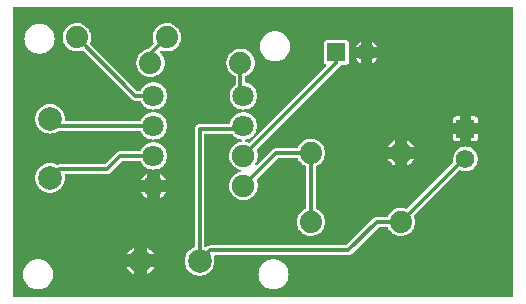
<source format=gbl>
G04 Layer: BottomLayer*
G04 EasyEDA v6.5.34, 2023-11-29 11:21:28*
G04 ccee1c66621a4ec499711ebfef85393d,bee4cb2541bd470ea98a159692ad20ec,10*
G04 Gerber Generator version 0.2*
G04 Scale: 100 percent, Rotated: No, Reflected: No *
G04 Dimensions in millimeters *
G04 leading zeros omitted , absolute positions ,4 integer and 5 decimal *
%FSLAX45Y45*%
%MOMM*%

%ADD10C,0.3050*%
%ADD11C,1.8796*%
%ADD12C,1.8000*%
%ADD13C,1.9050*%
%ADD14R,1.5748X1.5748*%
%ADD15C,1.5748*%
%ADD16C,2.0000*%
%ADD17C,0.0111*%

%LPD*%
G36*
X798068Y4407408D02*
G01*
X794156Y4408170D01*
X790905Y4410405D01*
X788670Y4413656D01*
X787908Y4417568D01*
X787908Y6847331D01*
X788670Y6851243D01*
X790905Y6854494D01*
X794156Y6856730D01*
X798068Y6857492D01*
X5018532Y6857492D01*
X5022443Y6856730D01*
X5025694Y6854494D01*
X5027930Y6851243D01*
X5028692Y6847331D01*
X5028692Y4417568D01*
X5027930Y4413656D01*
X5025694Y4410405D01*
X5022443Y4408170D01*
X5018532Y4407408D01*
G37*

%LPC*%
G36*
X2997200Y4469892D02*
G01*
X3012592Y4470857D01*
X3027730Y4473600D01*
X3042412Y4478172D01*
X3056432Y4484522D01*
X3069640Y4492498D01*
X3081731Y4501997D01*
X3092602Y4512868D01*
X3102102Y4524959D01*
X3110077Y4538167D01*
X3116427Y4552188D01*
X3120999Y4566869D01*
X3123742Y4582007D01*
X3124708Y4597400D01*
X3123742Y4612792D01*
X3120999Y4627930D01*
X3116427Y4642612D01*
X3110077Y4656632D01*
X3102102Y4669840D01*
X3092602Y4681931D01*
X3081731Y4692802D01*
X3069640Y4702302D01*
X3056432Y4710277D01*
X3042412Y4716627D01*
X3027730Y4721199D01*
X3012592Y4723942D01*
X2997200Y4724908D01*
X2981807Y4723942D01*
X2966669Y4721199D01*
X2951988Y4716627D01*
X2937967Y4710277D01*
X2924759Y4702302D01*
X2912668Y4692802D01*
X2901797Y4681931D01*
X2892298Y4669840D01*
X2884322Y4656632D01*
X2877972Y4642612D01*
X2873400Y4627930D01*
X2870657Y4612792D01*
X2869692Y4597400D01*
X2870657Y4582007D01*
X2873400Y4566869D01*
X2877972Y4552188D01*
X2884322Y4538167D01*
X2892298Y4524959D01*
X2901797Y4512868D01*
X2912668Y4501997D01*
X2924759Y4492498D01*
X2937967Y4484522D01*
X2951988Y4478172D01*
X2966669Y4473600D01*
X2981807Y4470857D01*
G37*
G36*
X1003300Y4469892D02*
G01*
X1018692Y4470857D01*
X1033830Y4473600D01*
X1048512Y4478172D01*
X1062532Y4484522D01*
X1075740Y4492498D01*
X1087831Y4501997D01*
X1098702Y4512868D01*
X1108202Y4524959D01*
X1116177Y4538167D01*
X1122527Y4552188D01*
X1127099Y4566869D01*
X1129842Y4582007D01*
X1130808Y4597400D01*
X1129842Y4612792D01*
X1127099Y4627930D01*
X1122527Y4642612D01*
X1116177Y4656632D01*
X1108202Y4669840D01*
X1098702Y4681931D01*
X1087831Y4692802D01*
X1075740Y4702302D01*
X1062532Y4710277D01*
X1048512Y4716627D01*
X1033830Y4721199D01*
X1018692Y4723942D01*
X1003300Y4724908D01*
X987907Y4723942D01*
X972769Y4721199D01*
X958087Y4716627D01*
X944067Y4710277D01*
X930859Y4702302D01*
X918768Y4692802D01*
X907897Y4681931D01*
X898398Y4669840D01*
X890422Y4656632D01*
X884072Y4642612D01*
X879500Y4627930D01*
X876757Y4612792D01*
X875792Y4597400D01*
X876757Y4582007D01*
X879500Y4566869D01*
X884072Y4552188D01*
X890422Y4538167D01*
X898398Y4524959D01*
X907897Y4512868D01*
X918768Y4501997D01*
X930859Y4492498D01*
X944067Y4484522D01*
X958087Y4478172D01*
X972769Y4473600D01*
X987907Y4470857D01*
G37*
G36*
X2371344Y4585817D02*
G01*
X2386533Y4586732D01*
X2401468Y4589475D01*
X2415997Y4593996D01*
X2429865Y4600244D01*
X2442870Y4608118D01*
X2454808Y4617466D01*
X2465578Y4628235D01*
X2474925Y4640173D01*
X2482799Y4653178D01*
X2489047Y4667046D01*
X2493568Y4681575D01*
X2496312Y4696510D01*
X2497226Y4711700D01*
X2496312Y4726889D01*
X2493568Y4741824D01*
X2492197Y4746244D01*
X2491740Y4750003D01*
X2492756Y4753660D01*
X2494991Y4756708D01*
X2498191Y4758740D01*
X2501900Y4759452D01*
X3631692Y4759452D01*
X3640226Y4760264D01*
X3647948Y4762601D01*
X3655060Y4766411D01*
X3661664Y4771847D01*
X3887571Y4997754D01*
X3890873Y4999990D01*
X3894734Y5000752D01*
X3957421Y5000752D01*
X3961180Y5000040D01*
X3964432Y4997958D01*
X3966667Y4994808D01*
X3971086Y4985207D01*
X3978859Y4972659D01*
X3988104Y4961128D01*
X3998722Y4950866D01*
X4010507Y4941976D01*
X4023258Y4934610D01*
X4036872Y4928870D01*
X4051046Y4924806D01*
X4065625Y4922520D01*
X4080408Y4922062D01*
X4095089Y4923434D01*
X4109516Y4926584D01*
X4123436Y4931511D01*
X4136644Y4938115D01*
X4148937Y4946243D01*
X4160164Y4955844D01*
X4170070Y4966766D01*
X4178604Y4978806D01*
X4185615Y4991811D01*
X4190949Y5005578D01*
X4194505Y5019852D01*
X4196334Y5034534D01*
X4196334Y5049266D01*
X4194505Y5063947D01*
X4190949Y5078222D01*
X4187799Y5086248D01*
X4187139Y5090058D01*
X4187951Y5093868D01*
X4190136Y5097119D01*
X4570171Y5477154D01*
X4573676Y5479440D01*
X4577791Y5480151D01*
X4595723Y5474258D01*
X4609134Y5471566D01*
X4622800Y5470652D01*
X4636465Y5471566D01*
X4649876Y5474258D01*
X4662830Y5478627D01*
X4675124Y5484672D01*
X4686503Y5492292D01*
X4696764Y5501335D01*
X4705807Y5511596D01*
X4713427Y5522976D01*
X4719472Y5535269D01*
X4723841Y5548223D01*
X4726533Y5561634D01*
X4727448Y5575300D01*
X4726533Y5588965D01*
X4723841Y5602376D01*
X4719472Y5615330D01*
X4713427Y5627624D01*
X4705807Y5639003D01*
X4696764Y5649264D01*
X4686503Y5658307D01*
X4675124Y5665927D01*
X4662830Y5671972D01*
X4649876Y5676341D01*
X4636465Y5679033D01*
X4622800Y5679948D01*
X4609134Y5679033D01*
X4595723Y5676341D01*
X4582769Y5671972D01*
X4570476Y5665927D01*
X4559096Y5658307D01*
X4548835Y5649264D01*
X4539792Y5639003D01*
X4532172Y5627624D01*
X4526127Y5615330D01*
X4521758Y5602376D01*
X4519066Y5588965D01*
X4518152Y5575300D01*
X4519066Y5561634D01*
X4521200Y5550966D01*
X4521301Y5547664D01*
X4520336Y5544515D01*
X4518406Y5541822D01*
X4131970Y5155387D01*
X4128871Y5153253D01*
X4125163Y5152440D01*
X4121404Y5152999D01*
X4109516Y5157216D01*
X4095089Y5160365D01*
X4080408Y5161686D01*
X4065625Y5161280D01*
X4051046Y5158994D01*
X4036872Y5154930D01*
X4023258Y5149189D01*
X4010507Y5141823D01*
X3998722Y5132933D01*
X3988104Y5122672D01*
X3978859Y5111140D01*
X3971086Y5098592D01*
X3966667Y5088991D01*
X3964432Y5085842D01*
X3961180Y5083759D01*
X3957421Y5083048D01*
X3874008Y5083048D01*
X3865473Y5082235D01*
X3857751Y5079898D01*
X3850640Y5076088D01*
X3844036Y5070652D01*
X3618128Y4844745D01*
X3614826Y4842510D01*
X3610965Y4841748D01*
X2460752Y4841748D01*
X2452217Y4840935D01*
X2444496Y4838598D01*
X2437384Y4834788D01*
X2430475Y4829098D01*
X2427173Y4827270D01*
X2423464Y4826812D01*
X2418486Y4828286D01*
X2415336Y4830521D01*
X2413254Y4833772D01*
X2412492Y4837531D01*
X2412492Y5777992D01*
X2413254Y5781852D01*
X2415489Y5785154D01*
X2418791Y5787390D01*
X2422652Y5788152D01*
X2643428Y5788152D01*
X2646578Y5787644D01*
X2649372Y5786221D01*
X2651658Y5783935D01*
X2653893Y5780836D01*
X2663850Y5770219D01*
X2675077Y5760923D01*
X2687370Y5753150D01*
X2700528Y5746953D01*
X2714396Y5742432D01*
X2725521Y5740349D01*
X2729280Y5738774D01*
X2732176Y5735878D01*
X2733649Y5732068D01*
X2733497Y5728004D01*
X2731770Y5724296D01*
X2728722Y5721553D01*
X2724861Y5720283D01*
X2720949Y5719775D01*
X2706471Y5716117D01*
X2692552Y5710732D01*
X2679446Y5703671D01*
X2667254Y5695086D01*
X2656230Y5685028D01*
X2646527Y5673699D01*
X2638298Y5661253D01*
X2631643Y5647893D01*
X2626664Y5633872D01*
X2623515Y5619292D01*
X2622143Y5604408D01*
X2622600Y5589524D01*
X2624886Y5574792D01*
X2628950Y5560415D01*
X2634742Y5546699D01*
X2642209Y5533796D01*
X2651201Y5521909D01*
X2661564Y5511190D01*
X2673197Y5501843D01*
X2685897Y5493969D01*
X2699461Y5487720D01*
X2713482Y5483301D01*
X2717241Y5481116D01*
X2719730Y5477560D01*
X2720543Y5473293D01*
X2719476Y5469077D01*
X2716733Y5465673D01*
X2712872Y5463743D01*
X2706471Y5462117D01*
X2692552Y5456732D01*
X2679446Y5449671D01*
X2667254Y5441086D01*
X2656230Y5431028D01*
X2646527Y5419699D01*
X2638298Y5407253D01*
X2631643Y5393893D01*
X2626664Y5379872D01*
X2623515Y5365292D01*
X2622143Y5350408D01*
X2622600Y5335524D01*
X2624886Y5320792D01*
X2628950Y5306415D01*
X2634742Y5292699D01*
X2642209Y5279796D01*
X2651201Y5267909D01*
X2661564Y5257190D01*
X2673197Y5247843D01*
X2685897Y5239969D01*
X2699461Y5233720D01*
X2713634Y5229199D01*
X2728315Y5226456D01*
X2743200Y5225542D01*
X2758084Y5226456D01*
X2772765Y5229199D01*
X2786938Y5233720D01*
X2800502Y5239969D01*
X2813202Y5247843D01*
X2824835Y5257190D01*
X2835198Y5267909D01*
X2844190Y5279796D01*
X2851658Y5292699D01*
X2857449Y5306415D01*
X2861513Y5320792D01*
X2863799Y5335524D01*
X2864256Y5350408D01*
X2862884Y5365292D01*
X2859735Y5379872D01*
X2855264Y5392420D01*
X2854706Y5396179D01*
X2855569Y5399836D01*
X2857703Y5402986D01*
X3036671Y5581954D01*
X3039973Y5584190D01*
X3043834Y5584952D01*
X3195421Y5584952D01*
X3199180Y5584240D01*
X3202432Y5582158D01*
X3204667Y5579008D01*
X3209086Y5569407D01*
X3216859Y5556859D01*
X3226104Y5545328D01*
X3236722Y5535066D01*
X3248507Y5526176D01*
X3261258Y5518810D01*
X3267354Y5516219D01*
X3270605Y5514035D01*
X3272790Y5510733D01*
X3273552Y5506872D01*
X3273552Y5161127D01*
X3272790Y5157266D01*
X3270605Y5153964D01*
X3267354Y5151780D01*
X3261258Y5149189D01*
X3248507Y5141823D01*
X3236722Y5132933D01*
X3226104Y5122672D01*
X3216859Y5111140D01*
X3209086Y5098592D01*
X3202940Y5085181D01*
X3198469Y5071160D01*
X3195726Y5056632D01*
X3194812Y5041900D01*
X3195726Y5027168D01*
X3198469Y5012639D01*
X3202940Y4998618D01*
X3209086Y4985207D01*
X3216859Y4972659D01*
X3226104Y4961128D01*
X3236722Y4950866D01*
X3248507Y4941976D01*
X3261258Y4934610D01*
X3274872Y4928870D01*
X3289046Y4924806D01*
X3303625Y4922520D01*
X3318408Y4922062D01*
X3333089Y4923434D01*
X3347516Y4926584D01*
X3361436Y4931511D01*
X3374644Y4938115D01*
X3386937Y4946243D01*
X3398164Y4955844D01*
X3408070Y4966766D01*
X3416604Y4978806D01*
X3423615Y4991811D01*
X3428949Y5005578D01*
X3432505Y5019852D01*
X3434334Y5034534D01*
X3434334Y5049266D01*
X3432505Y5063947D01*
X3428949Y5078222D01*
X3423615Y5091988D01*
X3416604Y5104993D01*
X3408070Y5117033D01*
X3398164Y5127955D01*
X3386937Y5137556D01*
X3374644Y5145684D01*
X3361486Y5152237D01*
X3358489Y5154523D01*
X3356559Y5157673D01*
X3355848Y5161330D01*
X3355848Y5506669D01*
X3356559Y5510326D01*
X3358489Y5513476D01*
X3361486Y5515762D01*
X3374644Y5522315D01*
X3386937Y5530443D01*
X3398164Y5540044D01*
X3408070Y5550966D01*
X3416604Y5563006D01*
X3423615Y5576011D01*
X3428949Y5589778D01*
X3432505Y5604052D01*
X3434334Y5618734D01*
X3434334Y5633466D01*
X3432505Y5648147D01*
X3428949Y5662422D01*
X3423615Y5676188D01*
X3416604Y5689193D01*
X3408070Y5701233D01*
X3398164Y5712155D01*
X3386937Y5721756D01*
X3374644Y5729884D01*
X3361436Y5736488D01*
X3347516Y5741416D01*
X3333089Y5744565D01*
X3318408Y5745886D01*
X3303625Y5745480D01*
X3289046Y5743194D01*
X3274872Y5739130D01*
X3261258Y5733389D01*
X3248507Y5726023D01*
X3236722Y5717133D01*
X3226104Y5706872D01*
X3216859Y5695340D01*
X3209086Y5682792D01*
X3204667Y5673191D01*
X3202432Y5670042D01*
X3199180Y5667959D01*
X3195421Y5667248D01*
X3023108Y5667248D01*
X3014573Y5666435D01*
X3006852Y5664098D01*
X2999740Y5660288D01*
X2993136Y5654852D01*
X2860649Y5522366D01*
X2857144Y5520080D01*
X2853080Y5519369D01*
X2849067Y5520385D01*
X2845765Y5522925D01*
X2843733Y5526532D01*
X2843377Y5530646D01*
X2844647Y5534609D01*
X2851658Y5546699D01*
X2857449Y5560415D01*
X2861513Y5574792D01*
X2863799Y5589524D01*
X2864256Y5604408D01*
X2862884Y5619292D01*
X2859735Y5633872D01*
X2855264Y5646420D01*
X2854706Y5650179D01*
X2855569Y5653836D01*
X2857703Y5656986D01*
X3559352Y6358636D01*
X3564788Y6365240D01*
X3567937Y6369812D01*
X3571087Y6371691D01*
X3574643Y6372352D01*
X3608781Y6372352D01*
X3615080Y6373063D01*
X3620566Y6374993D01*
X3625443Y6378041D01*
X3629558Y6382156D01*
X3632606Y6387033D01*
X3634536Y6392519D01*
X3635248Y6398818D01*
X3635248Y6555181D01*
X3634536Y6561480D01*
X3632606Y6566966D01*
X3629558Y6571843D01*
X3625443Y6575958D01*
X3620566Y6579006D01*
X3615080Y6580936D01*
X3608781Y6581648D01*
X3452418Y6581648D01*
X3446119Y6580936D01*
X3440633Y6579006D01*
X3435756Y6575958D01*
X3431641Y6571843D01*
X3428593Y6566966D01*
X3426663Y6561480D01*
X3425951Y6555181D01*
X3425951Y6398818D01*
X3426663Y6392519D01*
X3428593Y6387033D01*
X3431641Y6382156D01*
X3435756Y6378041D01*
X3441293Y6374587D01*
X3443986Y6372098D01*
X3445611Y6368897D01*
X3446018Y6365290D01*
X3445154Y6361785D01*
X3443071Y6358788D01*
X2799384Y5715101D01*
X2796184Y5712917D01*
X2792374Y5712104D01*
X2788513Y5712815D01*
X2779928Y5716117D01*
X2765450Y5719775D01*
X2761538Y5720283D01*
X2757678Y5721553D01*
X2754630Y5724296D01*
X2752902Y5728004D01*
X2752750Y5732068D01*
X2754223Y5735878D01*
X2757119Y5738774D01*
X2760878Y5740349D01*
X2772003Y5742432D01*
X2785872Y5746953D01*
X2799029Y5753150D01*
X2811322Y5760923D01*
X2822549Y5770219D01*
X2832506Y5780836D01*
X2841040Y5792622D01*
X2848051Y5805373D01*
X2853436Y5818886D01*
X2857042Y5833008D01*
X2858871Y5847435D01*
X2858871Y5861964D01*
X2857042Y5876391D01*
X2853436Y5890514D01*
X2848051Y5904026D01*
X2841040Y5916777D01*
X2832506Y5928563D01*
X2822549Y5939180D01*
X2811322Y5948476D01*
X2799029Y5956249D01*
X2785872Y5962446D01*
X2772003Y5966968D01*
X2757728Y5969660D01*
X2743200Y5970574D01*
X2728671Y5969660D01*
X2714396Y5966968D01*
X2700528Y5962446D01*
X2687370Y5956249D01*
X2675077Y5948476D01*
X2663850Y5939180D01*
X2653893Y5928563D01*
X2645359Y5916777D01*
X2638348Y5904026D01*
X2632964Y5890514D01*
X2629814Y5878068D01*
X2627782Y5874156D01*
X2624277Y5871413D01*
X2619959Y5870448D01*
X2371852Y5870448D01*
X2363317Y5869635D01*
X2355596Y5867298D01*
X2348484Y5863488D01*
X2342286Y5858357D01*
X2337155Y5852160D01*
X2333345Y5845048D01*
X2331008Y5837326D01*
X2330196Y5828792D01*
X2330196Y4837531D01*
X2329434Y4833772D01*
X2327351Y4830521D01*
X2324201Y4828286D01*
X2312822Y4823155D01*
X2299817Y4815281D01*
X2287879Y4805934D01*
X2277110Y4795164D01*
X2267762Y4783226D01*
X2259888Y4770221D01*
X2253640Y4756353D01*
X2249119Y4741824D01*
X2246376Y4726889D01*
X2245461Y4711700D01*
X2246376Y4696510D01*
X2249119Y4681575D01*
X2253640Y4667046D01*
X2259888Y4653178D01*
X2267762Y4640173D01*
X2277110Y4628235D01*
X2287879Y4617466D01*
X2299817Y4608118D01*
X2312822Y4600244D01*
X2326690Y4593996D01*
X2341219Y4589475D01*
X2356154Y4586732D01*
G37*
G36*
X1926793Y4599279D02*
G01*
X1928977Y4600244D01*
X1941982Y4608118D01*
X1953920Y4617466D01*
X1964689Y4628235D01*
X1974037Y4640173D01*
X1981911Y4653178D01*
X1982876Y4655362D01*
X1926793Y4655362D01*
G37*
G36*
X1814118Y4599279D02*
G01*
X1814118Y4655362D01*
X1758035Y4655362D01*
X1759000Y4653178D01*
X1766874Y4640173D01*
X1776222Y4628235D01*
X1786991Y4617466D01*
X1798929Y4608118D01*
X1811934Y4600244D01*
G37*
G36*
X1758035Y4768037D02*
G01*
X1814118Y4768037D01*
X1814118Y4824120D01*
X1811934Y4823155D01*
X1798929Y4815281D01*
X1786991Y4805934D01*
X1776222Y4795164D01*
X1766874Y4783226D01*
X1759000Y4770221D01*
G37*
G36*
X1926793Y4768037D02*
G01*
X1982876Y4768037D01*
X1981911Y4770221D01*
X1974037Y4783226D01*
X1964689Y4795164D01*
X1953920Y4805934D01*
X1941982Y4815281D01*
X1928977Y4823155D01*
X1926793Y4824120D01*
G37*
G36*
X1929841Y5243017D02*
G01*
X1929841Y5295341D01*
X1877466Y5295341D01*
X1883359Y5284622D01*
X1891893Y5272836D01*
X1901850Y5262219D01*
X1913077Y5252923D01*
X1925370Y5245150D01*
G37*
G36*
X2032558Y5243017D02*
G01*
X2037029Y5245150D01*
X2049322Y5252923D01*
X2060549Y5262219D01*
X2070506Y5272836D01*
X2079040Y5284622D01*
X2084933Y5295341D01*
X2032558Y5295341D01*
G37*
G36*
X1104900Y5287873D02*
G01*
X1120089Y5288788D01*
X1135024Y5291531D01*
X1149553Y5296052D01*
X1163421Y5302300D01*
X1176426Y5310174D01*
X1188364Y5319522D01*
X1199134Y5330291D01*
X1208481Y5342229D01*
X1216355Y5355234D01*
X1222603Y5369102D01*
X1227124Y5383631D01*
X1229868Y5398566D01*
X1230782Y5413756D01*
X1229868Y5428945D01*
X1229055Y5433263D01*
X1229258Y5437682D01*
X1231290Y5441594D01*
X1234744Y5444286D01*
X1239062Y5445252D01*
X1586992Y5445252D01*
X1595526Y5446064D01*
X1603248Y5448401D01*
X1610360Y5452211D01*
X1616964Y5457647D01*
X1715871Y5556554D01*
X1719173Y5558790D01*
X1723034Y5559552D01*
X1866188Y5559552D01*
X1870151Y5558739D01*
X1873453Y5556504D01*
X1875637Y5553100D01*
X1876348Y5551373D01*
X1883359Y5538622D01*
X1891893Y5526836D01*
X1901850Y5516219D01*
X1913077Y5506923D01*
X1925370Y5499150D01*
X1938528Y5492953D01*
X1952396Y5488432D01*
X1966671Y5485739D01*
X1981200Y5484825D01*
X1995728Y5485739D01*
X2010003Y5488432D01*
X2023872Y5492953D01*
X2037029Y5499150D01*
X2049322Y5506923D01*
X2060549Y5516219D01*
X2070506Y5526836D01*
X2079040Y5538622D01*
X2086051Y5551373D01*
X2091436Y5564886D01*
X2095042Y5579008D01*
X2096871Y5593435D01*
X2096871Y5607964D01*
X2095042Y5622391D01*
X2091436Y5636514D01*
X2086051Y5650026D01*
X2079040Y5662777D01*
X2070506Y5674563D01*
X2060549Y5685180D01*
X2049322Y5694476D01*
X2037029Y5702249D01*
X2023872Y5708446D01*
X2010003Y5712968D01*
X1995728Y5715660D01*
X1981200Y5716574D01*
X1966671Y5715660D01*
X1952396Y5712968D01*
X1938528Y5708446D01*
X1925370Y5702249D01*
X1913077Y5694476D01*
X1901850Y5685180D01*
X1891893Y5674563D01*
X1883359Y5662777D01*
X1876348Y5650026D01*
X1875637Y5648299D01*
X1873453Y5644896D01*
X1870151Y5642660D01*
X1866188Y5641848D01*
X1702307Y5641848D01*
X1693773Y5641035D01*
X1686052Y5638698D01*
X1678939Y5634888D01*
X1672336Y5629452D01*
X1573428Y5530545D01*
X1570126Y5528310D01*
X1566265Y5527548D01*
X1178052Y5527548D01*
X1169517Y5526735D01*
X1167536Y5526125D01*
X1163929Y5525719D01*
X1160424Y5526582D01*
X1149553Y5531459D01*
X1135024Y5535980D01*
X1120089Y5538724D01*
X1104900Y5539638D01*
X1089710Y5538724D01*
X1074775Y5535980D01*
X1060246Y5531459D01*
X1046378Y5525211D01*
X1033373Y5517337D01*
X1021435Y5507990D01*
X1010666Y5497220D01*
X1001318Y5485282D01*
X993444Y5472277D01*
X987196Y5458409D01*
X982675Y5443880D01*
X979932Y5428945D01*
X979017Y5413756D01*
X979932Y5398566D01*
X982675Y5383631D01*
X987196Y5369102D01*
X993444Y5355234D01*
X1001318Y5342229D01*
X1010666Y5330291D01*
X1021435Y5319522D01*
X1033373Y5310174D01*
X1046378Y5302300D01*
X1060246Y5296052D01*
X1074775Y5291531D01*
X1089710Y5288788D01*
G37*
G36*
X1877466Y5398058D02*
G01*
X1929841Y5398058D01*
X1929841Y5450382D01*
X1925370Y5448249D01*
X1913077Y5440476D01*
X1901850Y5431180D01*
X1891893Y5420563D01*
X1883359Y5408777D01*
G37*
G36*
X2032558Y5398058D02*
G01*
X2084933Y5398058D01*
X2079040Y5408777D01*
X2070506Y5420563D01*
X2060549Y5431180D01*
X2049322Y5440476D01*
X2037029Y5448249D01*
X2032558Y5450382D01*
G37*
G36*
X4023360Y5518759D02*
G01*
X4023360Y5572760D01*
X3969562Y5572760D01*
X3971086Y5569407D01*
X3978859Y5556859D01*
X3988104Y5545328D01*
X3998722Y5535066D01*
X4010507Y5526176D01*
G37*
G36*
X4130040Y5519013D02*
G01*
X4136644Y5522315D01*
X4148937Y5530443D01*
X4160164Y5540044D01*
X4170070Y5550966D01*
X4178604Y5563006D01*
X4183837Y5572760D01*
X4130040Y5572760D01*
G37*
G36*
X4130040Y5679440D02*
G01*
X4183837Y5679440D01*
X4178604Y5689193D01*
X4170070Y5701233D01*
X4160164Y5712155D01*
X4148937Y5721756D01*
X4136644Y5729884D01*
X4130040Y5733186D01*
G37*
G36*
X3969562Y5679440D02*
G01*
X4023360Y5679440D01*
X4023360Y5733440D01*
X4010507Y5726023D01*
X3998722Y5717133D01*
X3988104Y5706872D01*
X3978859Y5695340D01*
X3971086Y5682792D01*
G37*
G36*
X4544618Y5724652D02*
G01*
X4577080Y5724652D01*
X4577080Y5783580D01*
X4518152Y5783580D01*
X4518152Y5751118D01*
X4518863Y5744819D01*
X4520793Y5739333D01*
X4523841Y5734456D01*
X4527956Y5730341D01*
X4532833Y5727293D01*
X4538319Y5725363D01*
G37*
G36*
X4668520Y5724652D02*
G01*
X4700981Y5724652D01*
X4707280Y5725363D01*
X4712766Y5727293D01*
X4717643Y5730341D01*
X4721758Y5734456D01*
X4724806Y5739333D01*
X4726736Y5744819D01*
X4727448Y5751118D01*
X4727448Y5783580D01*
X4668520Y5783580D01*
G37*
G36*
X1981200Y5738825D02*
G01*
X1995728Y5739739D01*
X2010003Y5742432D01*
X2023872Y5746953D01*
X2037029Y5753150D01*
X2049322Y5760923D01*
X2060549Y5770219D01*
X2070506Y5780836D01*
X2079040Y5792622D01*
X2086051Y5805373D01*
X2091436Y5818886D01*
X2095042Y5833008D01*
X2096871Y5847435D01*
X2096871Y5861964D01*
X2095042Y5876391D01*
X2091436Y5890514D01*
X2086051Y5904026D01*
X2079040Y5916777D01*
X2070506Y5928563D01*
X2060549Y5939180D01*
X2049322Y5948476D01*
X2037029Y5956249D01*
X2023872Y5962446D01*
X2010003Y5966968D01*
X1995728Y5969660D01*
X1981200Y5970574D01*
X1966671Y5969660D01*
X1952396Y5966968D01*
X1938528Y5962446D01*
X1925370Y5956249D01*
X1913077Y5948476D01*
X1901850Y5939180D01*
X1891893Y5928563D01*
X1883359Y5916777D01*
X1876348Y5904026D01*
X1875637Y5902299D01*
X1873453Y5898896D01*
X1870151Y5896660D01*
X1866188Y5895848D01*
X1240434Y5895848D01*
X1236421Y5896711D01*
X1233068Y5899048D01*
X1230884Y5902553D01*
X1230325Y5906617D01*
X1230782Y5914644D01*
X1229868Y5929833D01*
X1227124Y5944768D01*
X1222603Y5959297D01*
X1216355Y5973165D01*
X1208481Y5986170D01*
X1199134Y5998108D01*
X1188364Y6008878D01*
X1176426Y6018225D01*
X1163421Y6026099D01*
X1149553Y6032347D01*
X1135024Y6036868D01*
X1120089Y6039612D01*
X1104900Y6040526D01*
X1089710Y6039612D01*
X1074775Y6036868D01*
X1060246Y6032347D01*
X1046378Y6026099D01*
X1033373Y6018225D01*
X1021435Y6008878D01*
X1010666Y5998108D01*
X1001318Y5986170D01*
X993444Y5973165D01*
X987196Y5959297D01*
X982675Y5944768D01*
X979932Y5929833D01*
X979017Y5914644D01*
X979932Y5899454D01*
X982675Y5884519D01*
X987196Y5869990D01*
X993444Y5856122D01*
X1001318Y5843117D01*
X1010666Y5831179D01*
X1021435Y5820410D01*
X1033373Y5811062D01*
X1046378Y5803188D01*
X1060246Y5796940D01*
X1074775Y5792419D01*
X1089710Y5789676D01*
X1104900Y5788761D01*
X1120089Y5789676D01*
X1135024Y5792419D01*
X1149553Y5796940D01*
X1163421Y5803188D01*
X1179779Y5812993D01*
X1183132Y5813552D01*
X1866188Y5813552D01*
X1870151Y5812739D01*
X1873453Y5810504D01*
X1875637Y5807100D01*
X1876348Y5805373D01*
X1883359Y5792622D01*
X1891893Y5780836D01*
X1901850Y5770219D01*
X1913077Y5760923D01*
X1925370Y5753150D01*
X1938528Y5746953D01*
X1952396Y5742432D01*
X1966671Y5739739D01*
G37*
G36*
X4518152Y5875020D02*
G01*
X4577080Y5875020D01*
X4577080Y5933948D01*
X4544618Y5933948D01*
X4538319Y5933236D01*
X4532833Y5931306D01*
X4527956Y5928258D01*
X4523841Y5924143D01*
X4520793Y5919266D01*
X4518863Y5913780D01*
X4518152Y5907481D01*
G37*
G36*
X4668520Y5875020D02*
G01*
X4727448Y5875020D01*
X4727448Y5907481D01*
X4726736Y5913780D01*
X4724806Y5919266D01*
X4721758Y5924143D01*
X4717643Y5928258D01*
X4712766Y5931306D01*
X4707280Y5933236D01*
X4700981Y5933948D01*
X4668520Y5933948D01*
G37*
G36*
X2743200Y5992825D02*
G01*
X2757728Y5993739D01*
X2772003Y5996432D01*
X2785872Y6000953D01*
X2799029Y6007150D01*
X2811322Y6014923D01*
X2822549Y6024219D01*
X2832506Y6034836D01*
X2841040Y6046622D01*
X2848051Y6059373D01*
X2853436Y6072886D01*
X2857042Y6087008D01*
X2858871Y6101435D01*
X2858871Y6115964D01*
X2857042Y6130391D01*
X2853436Y6144514D01*
X2848051Y6158026D01*
X2841040Y6170777D01*
X2832506Y6182563D01*
X2822549Y6193180D01*
X2811322Y6202476D01*
X2799029Y6210249D01*
X2785872Y6216446D01*
X2772003Y6220968D01*
X2767228Y6221882D01*
X2763926Y6223101D01*
X2761284Y6225387D01*
X2759557Y6228384D01*
X2758948Y6231839D01*
X2758948Y6268872D01*
X2759710Y6272733D01*
X2761894Y6276035D01*
X2765145Y6278219D01*
X2771241Y6280810D01*
X2783992Y6288176D01*
X2795778Y6297066D01*
X2806395Y6307328D01*
X2815640Y6318859D01*
X2823413Y6331407D01*
X2829560Y6344818D01*
X2834030Y6358839D01*
X2836773Y6373368D01*
X2837688Y6388100D01*
X2836773Y6402832D01*
X2834030Y6417360D01*
X2829560Y6431381D01*
X2823413Y6444792D01*
X2815640Y6457340D01*
X2806395Y6468872D01*
X2795778Y6479133D01*
X2783992Y6488023D01*
X2771241Y6495389D01*
X2757627Y6501130D01*
X2743454Y6505194D01*
X2728874Y6507480D01*
X2714091Y6507886D01*
X2699410Y6506565D01*
X2684983Y6503416D01*
X2671064Y6498488D01*
X2657856Y6491884D01*
X2645562Y6483756D01*
X2634335Y6474155D01*
X2624429Y6463233D01*
X2615895Y6451193D01*
X2608884Y6438188D01*
X2603550Y6424422D01*
X2599994Y6410147D01*
X2598166Y6395466D01*
X2598166Y6380734D01*
X2599994Y6366052D01*
X2603550Y6351778D01*
X2608884Y6338011D01*
X2615895Y6325006D01*
X2624429Y6312966D01*
X2634335Y6302044D01*
X2645562Y6292443D01*
X2657856Y6284315D01*
X2671013Y6277762D01*
X2674010Y6275476D01*
X2675940Y6272326D01*
X2676652Y6268669D01*
X2676652Y6208522D01*
X2675686Y6204204D01*
X2672943Y6200698D01*
X2663850Y6193180D01*
X2653893Y6182563D01*
X2645359Y6170777D01*
X2638348Y6158026D01*
X2632964Y6144514D01*
X2629357Y6130391D01*
X2627528Y6115964D01*
X2627528Y6101435D01*
X2629357Y6087008D01*
X2632964Y6072886D01*
X2638348Y6059373D01*
X2645359Y6046622D01*
X2653893Y6034836D01*
X2663850Y6024219D01*
X2675077Y6014923D01*
X2687370Y6007150D01*
X2700528Y6000953D01*
X2714396Y5996432D01*
X2728671Y5993739D01*
G37*
G36*
X1981200Y5992825D02*
G01*
X1995728Y5993739D01*
X2010003Y5996432D01*
X2023872Y6000953D01*
X2037029Y6007150D01*
X2049322Y6014923D01*
X2060549Y6024219D01*
X2070506Y6034836D01*
X2079040Y6046622D01*
X2086051Y6059373D01*
X2091436Y6072886D01*
X2095042Y6087008D01*
X2096871Y6101435D01*
X2096871Y6115964D01*
X2095042Y6130391D01*
X2091436Y6144514D01*
X2086051Y6158026D01*
X2079040Y6170777D01*
X2070506Y6182563D01*
X2060549Y6193180D01*
X2049322Y6202476D01*
X2037029Y6210249D01*
X2023872Y6216446D01*
X2010003Y6220968D01*
X1995728Y6223660D01*
X1981200Y6224574D01*
X1966671Y6223660D01*
X1952396Y6220968D01*
X1938528Y6216446D01*
X1925370Y6210249D01*
X1913077Y6202476D01*
X1901850Y6193180D01*
X1891893Y6182563D01*
X1883359Y6170777D01*
X1876348Y6158026D01*
X1875637Y6156299D01*
X1873453Y6152896D01*
X1870151Y6150660D01*
X1866188Y6149848D01*
X1850034Y6149848D01*
X1846173Y6150610D01*
X1842871Y6152845D01*
X1447038Y6548678D01*
X1444802Y6552082D01*
X1444091Y6556095D01*
X1445260Y6560718D01*
X1449730Y6574739D01*
X1452473Y6589268D01*
X1453388Y6604000D01*
X1452473Y6618731D01*
X1449730Y6633260D01*
X1445260Y6647281D01*
X1439113Y6660692D01*
X1431340Y6673240D01*
X1422095Y6684772D01*
X1411478Y6695033D01*
X1399692Y6703923D01*
X1386941Y6711289D01*
X1373327Y6717030D01*
X1359154Y6721094D01*
X1344574Y6723380D01*
X1329791Y6723786D01*
X1315110Y6722465D01*
X1300683Y6719316D01*
X1286764Y6714388D01*
X1273556Y6707784D01*
X1261262Y6699656D01*
X1250035Y6690055D01*
X1240129Y6679133D01*
X1231595Y6667093D01*
X1224584Y6654088D01*
X1219250Y6640322D01*
X1215694Y6626047D01*
X1213866Y6611366D01*
X1213866Y6596634D01*
X1215694Y6581952D01*
X1219250Y6567678D01*
X1224584Y6553911D01*
X1231595Y6540906D01*
X1240129Y6528866D01*
X1250035Y6517944D01*
X1261262Y6508343D01*
X1273556Y6500215D01*
X1286764Y6493611D01*
X1300683Y6488684D01*
X1315110Y6485534D01*
X1329791Y6484162D01*
X1344574Y6484620D01*
X1359154Y6486906D01*
X1373327Y6490970D01*
X1377594Y6492748D01*
X1381506Y6493560D01*
X1385417Y6492798D01*
X1388719Y6490563D01*
X1799336Y6079947D01*
X1805939Y6074511D01*
X1813052Y6070701D01*
X1820773Y6068364D01*
X1829307Y6067552D01*
X1866188Y6067552D01*
X1870151Y6066739D01*
X1873453Y6064504D01*
X1875637Y6061100D01*
X1876348Y6059373D01*
X1883359Y6046622D01*
X1891893Y6034836D01*
X1901850Y6024219D01*
X1913077Y6014923D01*
X1925370Y6007150D01*
X1938528Y6000953D01*
X1952396Y5996432D01*
X1966671Y5993739D01*
G37*
G36*
X1952091Y6268262D02*
G01*
X1966874Y6268720D01*
X1981454Y6271006D01*
X1995627Y6275070D01*
X2009241Y6280810D01*
X2021992Y6288176D01*
X2033778Y6297066D01*
X2044395Y6307328D01*
X2053640Y6318859D01*
X2061413Y6331407D01*
X2067560Y6344818D01*
X2072030Y6358839D01*
X2074773Y6373368D01*
X2075688Y6388100D01*
X2074773Y6402832D01*
X2072030Y6417360D01*
X2067560Y6431381D01*
X2061413Y6444792D01*
X2053640Y6457340D01*
X2044395Y6468872D01*
X2038705Y6474409D01*
X2036419Y6477660D01*
X2035606Y6481622D01*
X2036368Y6485534D01*
X2038553Y6488887D01*
X2040229Y6490512D01*
X2043328Y6492646D01*
X2047036Y6493459D01*
X2050796Y6492900D01*
X2062683Y6488684D01*
X2077110Y6485534D01*
X2091791Y6484162D01*
X2106574Y6484620D01*
X2121154Y6486906D01*
X2135327Y6490970D01*
X2148941Y6496710D01*
X2161692Y6504076D01*
X2173478Y6512966D01*
X2184095Y6523228D01*
X2193340Y6534759D01*
X2201113Y6547307D01*
X2207260Y6560718D01*
X2211730Y6574739D01*
X2214473Y6589268D01*
X2215388Y6604000D01*
X2214473Y6618731D01*
X2211730Y6633260D01*
X2207260Y6647281D01*
X2201113Y6660692D01*
X2193340Y6673240D01*
X2184095Y6684772D01*
X2173478Y6695033D01*
X2161692Y6703923D01*
X2148941Y6711289D01*
X2135327Y6717030D01*
X2121154Y6721094D01*
X2106574Y6723380D01*
X2091791Y6723786D01*
X2077110Y6722465D01*
X2062683Y6719316D01*
X2048764Y6714388D01*
X2035556Y6707784D01*
X2023262Y6699656D01*
X2012035Y6690055D01*
X2002129Y6679133D01*
X1993595Y6667093D01*
X1986584Y6654088D01*
X1981250Y6640322D01*
X1977694Y6626047D01*
X1975866Y6611366D01*
X1975866Y6596634D01*
X1977694Y6581952D01*
X1981250Y6567678D01*
X1984400Y6559651D01*
X1985060Y6555841D01*
X1984248Y6552031D01*
X1982063Y6548780D01*
X1942642Y6509359D01*
X1940306Y6507581D01*
X1937613Y6506616D01*
X1922983Y6503416D01*
X1909064Y6498488D01*
X1895856Y6491884D01*
X1883562Y6483756D01*
X1872335Y6474155D01*
X1862429Y6463233D01*
X1853895Y6451193D01*
X1846884Y6438188D01*
X1841550Y6424422D01*
X1837994Y6410147D01*
X1836166Y6395466D01*
X1836166Y6380734D01*
X1837994Y6366052D01*
X1841550Y6351778D01*
X1846884Y6338011D01*
X1853895Y6325006D01*
X1862429Y6312966D01*
X1872335Y6302044D01*
X1883562Y6292443D01*
X1895856Y6284315D01*
X1909064Y6277711D01*
X1922983Y6272784D01*
X1937410Y6269634D01*
G37*
G36*
X3830320Y6383121D02*
G01*
X3836924Y6386372D01*
X3848303Y6393992D01*
X3858564Y6403035D01*
X3867607Y6413296D01*
X3875227Y6424676D01*
X3878478Y6431280D01*
X3830320Y6431280D01*
G37*
G36*
X3738879Y6383121D02*
G01*
X3738879Y6431280D01*
X3690721Y6431280D01*
X3693972Y6424676D01*
X3701592Y6413296D01*
X3710635Y6403035D01*
X3720896Y6393992D01*
X3732276Y6386372D01*
G37*
G36*
X3009900Y6400292D02*
G01*
X3025292Y6401257D01*
X3040430Y6404000D01*
X3055112Y6408572D01*
X3069132Y6414922D01*
X3082340Y6422898D01*
X3094431Y6432397D01*
X3105302Y6443268D01*
X3114802Y6455359D01*
X3122777Y6468567D01*
X3129127Y6482588D01*
X3133699Y6497269D01*
X3136442Y6512407D01*
X3137408Y6527800D01*
X3136442Y6543192D01*
X3133699Y6558330D01*
X3129127Y6573012D01*
X3122777Y6587032D01*
X3114802Y6600240D01*
X3105302Y6612331D01*
X3094431Y6623202D01*
X3082340Y6632702D01*
X3069132Y6640677D01*
X3055112Y6647027D01*
X3040430Y6651599D01*
X3025292Y6654342D01*
X3009900Y6655308D01*
X2994507Y6654342D01*
X2979369Y6651599D01*
X2964688Y6647027D01*
X2950667Y6640677D01*
X2937459Y6632702D01*
X2925368Y6623202D01*
X2914497Y6612331D01*
X2904998Y6600240D01*
X2897022Y6587032D01*
X2890672Y6573012D01*
X2886100Y6558330D01*
X2883357Y6543192D01*
X2882392Y6527800D01*
X2883357Y6512407D01*
X2886100Y6497269D01*
X2890672Y6482588D01*
X2897022Y6468567D01*
X2904998Y6455359D01*
X2914497Y6443268D01*
X2925368Y6432397D01*
X2937459Y6422898D01*
X2950667Y6414922D01*
X2964688Y6408572D01*
X2979369Y6404000D01*
X2994507Y6401257D01*
G37*
G36*
X1016000Y6463792D02*
G01*
X1031392Y6464757D01*
X1046530Y6467500D01*
X1061212Y6472072D01*
X1075232Y6478422D01*
X1088440Y6486398D01*
X1100531Y6495897D01*
X1111402Y6506768D01*
X1120902Y6518859D01*
X1128877Y6532067D01*
X1135227Y6546088D01*
X1139799Y6560769D01*
X1142542Y6575907D01*
X1143508Y6591300D01*
X1142542Y6606692D01*
X1139799Y6621830D01*
X1135227Y6636512D01*
X1128877Y6650532D01*
X1120902Y6663740D01*
X1111402Y6675831D01*
X1100531Y6686702D01*
X1088440Y6696202D01*
X1075232Y6704177D01*
X1061212Y6710527D01*
X1046530Y6715099D01*
X1031392Y6717842D01*
X1016000Y6718808D01*
X1000607Y6717842D01*
X985469Y6715099D01*
X970787Y6710527D01*
X956767Y6704177D01*
X943559Y6696202D01*
X931468Y6686702D01*
X920597Y6675831D01*
X911098Y6663740D01*
X903122Y6650532D01*
X896772Y6636512D01*
X892200Y6621830D01*
X889457Y6606692D01*
X888492Y6591300D01*
X889457Y6575907D01*
X892200Y6560769D01*
X896772Y6546088D01*
X903122Y6532067D01*
X911098Y6518859D01*
X920597Y6506768D01*
X931468Y6495897D01*
X943559Y6486398D01*
X956767Y6478422D01*
X970787Y6472072D01*
X985469Y6467500D01*
X1000607Y6464757D01*
G37*
G36*
X3690721Y6522720D02*
G01*
X3738879Y6522720D01*
X3738879Y6570878D01*
X3732276Y6567627D01*
X3720896Y6560007D01*
X3710635Y6550964D01*
X3701592Y6540703D01*
X3693972Y6529324D01*
G37*
G36*
X3830320Y6522720D02*
G01*
X3878478Y6522720D01*
X3875227Y6529324D01*
X3867607Y6540703D01*
X3858564Y6550964D01*
X3848303Y6560007D01*
X3836924Y6567627D01*
X3830320Y6570878D01*
G37*

%LPD*%
D10*
X2717800Y6388100D02*
G01*
X2717800Y6134100D01*
X2743200Y6108700D01*
X1955800Y6388100D02*
G01*
X1955800Y6464300D01*
X2095500Y6604000D01*
X1981200Y6108700D02*
G01*
X1828800Y6108700D01*
X1333500Y6604000D01*
X1981200Y5854700D02*
G01*
X1164844Y5854700D01*
X1104900Y5914644D01*
X1981200Y5600700D02*
G01*
X1701800Y5600700D01*
X1587500Y5486400D01*
X1177544Y5486400D01*
X1104900Y5413755D01*
X4622800Y5575300D02*
G01*
X4610100Y5575300D01*
X4076700Y5041900D01*
X3314700Y5041900D02*
G01*
X3314700Y5626100D01*
X3314700Y5626100D02*
G01*
X3022600Y5626100D01*
X2743200Y5346700D01*
X3530600Y6477000D02*
G01*
X3530600Y6388100D01*
X2743200Y5600700D01*
X4076700Y5041900D02*
G01*
X3873500Y5041900D01*
X3632200Y4800600D01*
X2460243Y4800600D01*
X2371343Y4711700D01*
X2371343Y4711700D02*
G01*
X2371343Y5829300D01*
X2717800Y5829300D01*
X2743200Y5854700D01*
D11*
G01*
X1955800Y6388100D03*
G01*
X2717800Y6388100D03*
G01*
X4076700Y5041900D03*
G01*
X3314700Y5041900D03*
G01*
X4076700Y5626100D03*
G01*
X3314700Y5626100D03*
G01*
X1333500Y6604000D03*
G01*
X2095500Y6604000D03*
D12*
G01*
X1981200Y6108700D03*
G01*
X1981200Y5854700D03*
G01*
X1981200Y5600700D03*
G01*
X1981200Y5346700D03*
D13*
G01*
X2743200Y5346700D03*
D12*
G01*
X2743200Y5854700D03*
G01*
X2743200Y6108700D03*
D13*
G01*
X2743200Y5600700D03*
D14*
G01*
X4622800Y5829300D03*
D15*
G01*
X4622800Y5575300D03*
D14*
G01*
X3530600Y6477000D03*
D15*
G01*
X3784600Y6477000D03*
D16*
G01*
X1870455Y4711700D03*
G01*
X2371343Y4711700D03*
G01*
X1104900Y5914644D03*
G01*
X1104900Y5413755D03*
M02*

</source>
